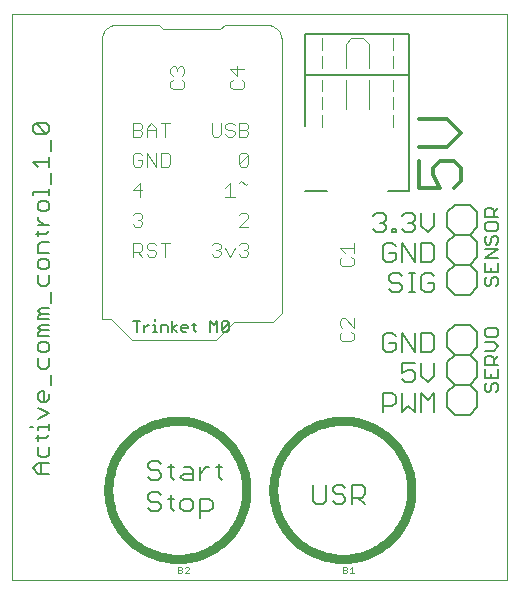
<source format=gto>
G75*
%MOIN*%
%OFA0B0*%
%FSLAX24Y24*%
%IPPOS*%
%LPD*%
%AMOC8*
5,1,8,0,0,1.08239X$1,22.5*
%
%ADD10C,0.0000*%
%ADD11C,0.0060*%
%ADD12C,0.0120*%
%ADD13C,0.0070*%
%ADD14C,0.0050*%
%ADD15C,0.0040*%
%ADD16C,0.0080*%
%ADD17C,0.0300*%
D10*
X000180Y000180D02*
X000180Y019050D01*
X016672Y019050D01*
X016672Y000180D01*
X000180Y000180D01*
X004155Y008180D02*
X003455Y008880D01*
X003155Y008880D01*
X003155Y018180D01*
X003157Y018224D01*
X003163Y018267D01*
X003172Y018309D01*
X003185Y018351D01*
X003202Y018391D01*
X003222Y018430D01*
X003245Y018467D01*
X003272Y018501D01*
X003301Y018534D01*
X003334Y018563D01*
X003368Y018590D01*
X003405Y018613D01*
X003444Y018633D01*
X003484Y018650D01*
X003526Y018663D01*
X003568Y018672D01*
X003611Y018678D01*
X003655Y018680D01*
X005055Y018680D01*
X005205Y018530D01*
X007105Y018530D01*
X007255Y018680D01*
X008655Y018680D01*
X008699Y018678D01*
X008742Y018672D01*
X008784Y018663D01*
X008826Y018650D01*
X008866Y018633D01*
X008905Y018613D01*
X008942Y018590D01*
X008976Y018563D01*
X009009Y018534D01*
X009038Y018501D01*
X009065Y018467D01*
X009088Y018430D01*
X009108Y018391D01*
X009125Y018351D01*
X009138Y018309D01*
X009147Y018267D01*
X009153Y018224D01*
X009155Y018180D01*
X009155Y009080D01*
X008855Y008780D01*
X007555Y008780D01*
X006955Y008180D01*
X004155Y008180D01*
D11*
X004817Y004151D02*
X004710Y004044D01*
X004710Y003937D01*
X004817Y003830D01*
X005030Y003830D01*
X005137Y003724D01*
X005137Y003617D01*
X005030Y003510D01*
X004817Y003510D01*
X004710Y003617D01*
X004817Y003101D02*
X004710Y002994D01*
X004710Y002887D01*
X004817Y002780D01*
X005030Y002780D01*
X005137Y002674D01*
X005137Y002567D01*
X005030Y002460D01*
X004817Y002460D01*
X004710Y002567D01*
X004817Y003101D02*
X005030Y003101D01*
X005137Y002994D01*
X005355Y002887D02*
X005568Y002887D01*
X005461Y002994D02*
X005461Y002567D01*
X005568Y002460D01*
X005784Y002567D02*
X005891Y002460D01*
X006105Y002460D01*
X006211Y002567D01*
X006211Y002780D01*
X006105Y002887D01*
X005891Y002887D01*
X005784Y002780D01*
X005784Y002567D01*
X006429Y002460D02*
X006749Y002460D01*
X006856Y002567D01*
X006856Y002780D01*
X006749Y002887D01*
X006429Y002887D01*
X006429Y002246D01*
X006429Y003510D02*
X006429Y003937D01*
X006429Y003724D02*
X006642Y003937D01*
X006749Y003937D01*
X006966Y003937D02*
X007179Y003937D01*
X007073Y004044D02*
X007073Y003617D01*
X007179Y003510D01*
X006211Y003510D02*
X005891Y003510D01*
X005784Y003617D01*
X005891Y003724D01*
X006211Y003724D01*
X006211Y003830D02*
X006211Y003510D01*
X006211Y003830D02*
X006105Y003937D01*
X005891Y003937D01*
X005568Y003937D02*
X005355Y003937D01*
X005461Y004044D02*
X005461Y003617D01*
X005568Y003510D01*
X005137Y004044D02*
X005030Y004151D01*
X004817Y004151D01*
X010210Y003351D02*
X010210Y002817D01*
X010317Y002710D01*
X010530Y002710D01*
X010637Y002817D01*
X010637Y003351D01*
X010855Y003244D02*
X010855Y003137D01*
X010961Y003030D01*
X011175Y003030D01*
X011282Y002924D01*
X011282Y002817D01*
X011175Y002710D01*
X010961Y002710D01*
X010855Y002817D01*
X010855Y003244D02*
X010961Y003351D01*
X011175Y003351D01*
X011282Y003244D01*
X011499Y003351D02*
X011819Y003351D01*
X011926Y003244D01*
X011926Y003030D01*
X011819Y002924D01*
X011499Y002924D01*
X011713Y002924D02*
X011926Y002710D01*
X011499Y002710D02*
X011499Y003351D01*
X012526Y005760D02*
X012526Y006401D01*
X012847Y006401D01*
X012953Y006294D01*
X012953Y006080D01*
X012847Y005974D01*
X012526Y005974D01*
X013171Y005760D02*
X013384Y005974D01*
X013598Y005760D01*
X013598Y006401D01*
X013815Y006401D02*
X014029Y006187D01*
X014242Y006401D01*
X014242Y005760D01*
X013815Y005760D02*
X013815Y006401D01*
X013491Y006760D02*
X013278Y006760D01*
X013171Y006867D01*
X013171Y007080D02*
X013384Y007187D01*
X013491Y007187D01*
X013598Y007080D01*
X013598Y006867D01*
X013491Y006760D01*
X013815Y006974D02*
X014029Y006760D01*
X014242Y006974D01*
X014242Y007401D01*
X014136Y007760D02*
X014242Y007867D01*
X014242Y008294D01*
X014136Y008401D01*
X013815Y008401D01*
X013815Y007760D01*
X014136Y007760D01*
X013815Y007401D02*
X013815Y006974D01*
X013598Y007401D02*
X013171Y007401D01*
X013171Y007080D01*
X013171Y006401D02*
X013171Y005760D01*
X014680Y005930D02*
X014680Y006430D01*
X014930Y006680D01*
X014680Y006930D01*
X014680Y007430D01*
X014930Y007680D01*
X014680Y007930D01*
X014680Y008430D01*
X014930Y008680D01*
X015430Y008680D01*
X015680Y008430D01*
X015680Y007930D01*
X015430Y007680D01*
X015680Y007430D01*
X015680Y006930D01*
X015430Y006680D01*
X015680Y006430D01*
X015680Y005930D01*
X015430Y005680D01*
X014930Y005680D01*
X014680Y005930D01*
X014930Y006680D02*
X015430Y006680D01*
X015430Y007680D02*
X014930Y007680D01*
X013598Y007760D02*
X013598Y008401D01*
X013171Y008401D02*
X013598Y007760D01*
X013171Y007760D02*
X013171Y008401D01*
X012953Y008294D02*
X012847Y008401D01*
X012633Y008401D01*
X012526Y008294D01*
X012526Y007867D01*
X012633Y007760D01*
X012847Y007760D01*
X012953Y007867D01*
X012953Y008080D01*
X012740Y008080D01*
X012848Y009760D02*
X012741Y009867D01*
X012848Y009760D02*
X013061Y009760D01*
X013168Y009867D01*
X013168Y009974D01*
X013061Y010080D01*
X012848Y010080D01*
X012741Y010187D01*
X012741Y010294D01*
X012848Y010401D01*
X013061Y010401D01*
X013168Y010294D01*
X013386Y010401D02*
X013599Y010401D01*
X013493Y010401D02*
X013493Y009760D01*
X013599Y009760D02*
X013386Y009760D01*
X013815Y009867D02*
X013922Y009760D01*
X014136Y009760D01*
X014242Y009867D01*
X014242Y010080D01*
X014029Y010080D01*
X014242Y010294D02*
X014136Y010401D01*
X013922Y010401D01*
X013815Y010294D01*
X013815Y009867D01*
X013815Y010760D02*
X014136Y010760D01*
X014242Y010867D01*
X014242Y011294D01*
X014136Y011401D01*
X013815Y011401D01*
X013815Y010760D01*
X013598Y010760D02*
X013598Y011401D01*
X013491Y011760D02*
X013278Y011760D01*
X013171Y011867D01*
X013384Y012080D02*
X013491Y012080D01*
X013598Y011974D01*
X013598Y011867D01*
X013491Y011760D01*
X013815Y011974D02*
X014029Y011760D01*
X014242Y011974D01*
X014242Y012401D01*
X013815Y012401D02*
X013815Y011974D01*
X013598Y012187D02*
X013491Y012080D01*
X013598Y012187D02*
X013598Y012294D01*
X013491Y012401D01*
X013278Y012401D01*
X013171Y012294D01*
X012955Y011867D02*
X012955Y011760D01*
X012849Y011760D01*
X012849Y011867D01*
X012955Y011867D01*
X012631Y011867D02*
X012524Y011760D01*
X012311Y011760D01*
X012204Y011867D01*
X012418Y012080D02*
X012524Y012080D01*
X012631Y011974D01*
X012631Y011867D01*
X012524Y012080D02*
X012631Y012187D01*
X012631Y012294D01*
X012524Y012401D01*
X012311Y012401D01*
X012204Y012294D01*
X012633Y011401D02*
X012526Y011294D01*
X012526Y010867D01*
X012633Y010760D01*
X012847Y010760D01*
X012953Y010867D01*
X012953Y011080D01*
X012740Y011080D01*
X012953Y011294D02*
X012847Y011401D01*
X012633Y011401D01*
X013171Y011401D02*
X013171Y010760D01*
X013598Y010760D02*
X013171Y011401D01*
X014680Y011430D02*
X014680Y010930D01*
X014930Y010680D01*
X014680Y010430D01*
X014680Y009930D01*
X014930Y009680D01*
X015430Y009680D01*
X015680Y009930D01*
X015680Y010430D01*
X015430Y010680D01*
X014930Y010680D01*
X015430Y010680D02*
X015680Y010930D01*
X015680Y011430D01*
X015430Y011680D01*
X014930Y011680D01*
X014680Y011430D01*
X014930Y011680D02*
X014680Y011930D01*
X014680Y012430D01*
X014930Y012680D01*
X015430Y012680D01*
X015680Y012430D01*
X015680Y011930D01*
X015430Y011680D01*
D12*
X014890Y013228D02*
X015120Y013458D01*
X015120Y013918D01*
X014890Y014148D01*
X014429Y014148D01*
X014199Y013918D01*
X014199Y013688D01*
X014429Y013228D01*
X013739Y013228D01*
X013739Y014148D01*
X013739Y014609D02*
X014660Y014609D01*
X015120Y015069D01*
X014660Y015530D01*
X013739Y015530D01*
D13*
X001483Y014842D02*
X001483Y014488D01*
X001395Y014289D02*
X001395Y013936D01*
X001395Y014113D02*
X000865Y014113D01*
X001041Y013936D01*
X001483Y013737D02*
X001483Y013383D01*
X001395Y013192D02*
X001395Y013015D01*
X001395Y013103D02*
X000865Y013103D01*
X000865Y013015D01*
X001130Y012816D02*
X001041Y012728D01*
X001041Y012551D01*
X001130Y012462D01*
X001307Y012462D01*
X001395Y012551D01*
X001395Y012728D01*
X001307Y012816D01*
X001130Y012816D01*
X001041Y012267D02*
X001041Y012179D01*
X001218Y012002D01*
X001395Y012002D02*
X001041Y012002D01*
X001041Y011811D02*
X001041Y011634D01*
X000953Y011722D02*
X001307Y011722D01*
X001395Y011811D01*
X001395Y011435D02*
X001130Y011435D01*
X001041Y011347D01*
X001041Y011081D01*
X001395Y011081D01*
X001307Y010882D02*
X001130Y010882D01*
X001041Y010794D01*
X001041Y010617D01*
X001130Y010529D01*
X001307Y010529D01*
X001395Y010617D01*
X001395Y010794D01*
X001307Y010882D01*
X001395Y010330D02*
X001395Y010065D01*
X001307Y009976D01*
X001130Y009976D01*
X001041Y010065D01*
X001041Y010330D01*
X001483Y009778D02*
X001483Y009424D01*
X001395Y009225D02*
X001130Y009225D01*
X001041Y009137D01*
X001130Y009048D01*
X001395Y009048D01*
X001395Y008871D02*
X001041Y008871D01*
X001041Y008960D01*
X001130Y009048D01*
X001130Y008673D02*
X001395Y008673D01*
X001395Y008496D02*
X001130Y008496D01*
X001041Y008584D01*
X001130Y008673D01*
X001130Y008496D02*
X001041Y008407D01*
X001041Y008319D01*
X001395Y008319D01*
X001307Y008120D02*
X001130Y008120D01*
X001041Y008032D01*
X001041Y007855D01*
X001130Y007766D01*
X001307Y007766D01*
X001395Y007855D01*
X001395Y008032D01*
X001307Y008120D01*
X001395Y007568D02*
X001395Y007302D01*
X001307Y007214D01*
X001130Y007214D01*
X001041Y007302D01*
X001041Y007568D01*
X001483Y007015D02*
X001483Y006662D01*
X001218Y006463D02*
X001218Y006109D01*
X001130Y006109D02*
X001307Y006109D01*
X001395Y006197D01*
X001395Y006374D01*
X001218Y006463D02*
X001130Y006463D01*
X001041Y006374D01*
X001041Y006197D01*
X001130Y006109D01*
X001041Y005910D02*
X001395Y005733D01*
X001041Y005557D01*
X001041Y005277D02*
X001395Y005277D01*
X001395Y005365D02*
X001395Y005188D01*
X001395Y004997D02*
X001307Y004908D01*
X000953Y004908D01*
X001041Y004820D02*
X001041Y004997D01*
X001041Y005188D02*
X001041Y005277D01*
X000865Y005277D02*
X000776Y005277D01*
X001041Y004621D02*
X001041Y004356D01*
X001130Y004267D01*
X001307Y004267D01*
X001395Y004356D01*
X001395Y004621D01*
X001395Y004069D02*
X001041Y004069D01*
X000865Y003892D01*
X001041Y003715D01*
X001395Y003715D01*
X001130Y003715D02*
X001130Y004069D01*
X001307Y015041D02*
X000953Y015041D01*
X000865Y015129D01*
X000865Y015306D01*
X000953Y015394D01*
X001307Y015041D01*
X001395Y015129D01*
X001395Y015306D01*
X001307Y015394D01*
X000953Y015394D01*
D14*
X004205Y008805D02*
X004439Y008805D01*
X004322Y008805D02*
X004322Y008455D01*
X004573Y008455D02*
X004573Y008689D01*
X004690Y008689D02*
X004748Y008689D01*
X004690Y008689D02*
X004573Y008572D01*
X004880Y008689D02*
X004939Y008689D01*
X004939Y008455D01*
X004997Y008455D02*
X004880Y008455D01*
X005126Y008455D02*
X005126Y008689D01*
X005301Y008689D01*
X005359Y008630D01*
X005359Y008455D01*
X005494Y008455D02*
X005494Y008805D01*
X005669Y008689D02*
X005494Y008572D01*
X005669Y008455D01*
X005801Y008513D02*
X005801Y008630D01*
X005859Y008689D01*
X005976Y008689D01*
X006035Y008630D01*
X006035Y008572D01*
X005801Y008572D01*
X005801Y008513D02*
X005859Y008455D01*
X005976Y008455D01*
X006228Y008513D02*
X006286Y008455D01*
X006228Y008513D02*
X006228Y008747D01*
X006169Y008689D02*
X006286Y008689D01*
X006783Y008805D02*
X006783Y008455D01*
X007017Y008455D02*
X007017Y008805D01*
X006900Y008689D01*
X006783Y008805D01*
X007152Y008747D02*
X007152Y008513D01*
X007385Y008747D01*
X007385Y008513D01*
X007327Y008455D01*
X007210Y008455D01*
X007152Y008513D01*
X007152Y008747D02*
X007210Y008805D01*
X007327Y008805D01*
X007385Y008747D01*
X004939Y008805D02*
X004939Y008864D01*
X015925Y008500D02*
X016000Y008575D01*
X016300Y008575D01*
X016375Y008500D01*
X016375Y008350D01*
X016300Y008275D01*
X016000Y008275D01*
X015925Y008350D01*
X015925Y008500D01*
X015925Y008114D02*
X016225Y008114D01*
X016375Y007964D01*
X016225Y007814D01*
X015925Y007814D01*
X016000Y007654D02*
X016150Y007654D01*
X016225Y007579D01*
X016225Y007354D01*
X016225Y007504D02*
X016375Y007654D01*
X016375Y007354D02*
X015925Y007354D01*
X015925Y007579D01*
X016000Y007654D01*
X015925Y007194D02*
X015925Y006893D01*
X016375Y006893D01*
X016375Y007194D01*
X016150Y007044D02*
X016150Y006893D01*
X016225Y006733D02*
X016150Y006658D01*
X016150Y006508D01*
X016075Y006433D01*
X016000Y006433D01*
X015925Y006508D01*
X015925Y006658D01*
X016000Y006733D01*
X016225Y006733D02*
X016300Y006733D01*
X016375Y006658D01*
X016375Y006508D01*
X016300Y006433D01*
X016300Y009973D02*
X016375Y010048D01*
X016375Y010198D01*
X016300Y010273D01*
X016225Y010273D01*
X016150Y010198D01*
X016150Y010048D01*
X016075Y009973D01*
X016000Y009973D01*
X015925Y010048D01*
X015925Y010198D01*
X016000Y010273D01*
X015925Y010433D02*
X016375Y010433D01*
X016375Y010733D01*
X016375Y010893D02*
X015925Y010893D01*
X016375Y011194D01*
X015925Y011194D01*
X016000Y011354D02*
X016075Y011354D01*
X016150Y011429D01*
X016150Y011579D01*
X016225Y011654D01*
X016300Y011654D01*
X016375Y011579D01*
X016375Y011429D01*
X016300Y011354D01*
X016000Y011354D02*
X015925Y011429D01*
X015925Y011579D01*
X016000Y011654D01*
X016000Y011814D02*
X016300Y011814D01*
X016375Y011889D01*
X016375Y012039D01*
X016300Y012114D01*
X016000Y012114D01*
X015925Y012039D01*
X015925Y011889D01*
X016000Y011814D01*
X015925Y012275D02*
X015925Y012500D01*
X016000Y012575D01*
X016150Y012575D01*
X016225Y012500D01*
X016225Y012275D01*
X016225Y012425D02*
X016375Y012575D01*
X016375Y012275D02*
X015925Y012275D01*
X015925Y010733D02*
X015925Y010433D01*
X016150Y010433D02*
X016150Y010583D01*
D15*
X012861Y015280D02*
X012861Y015674D01*
X012861Y015871D02*
X012861Y016265D01*
X012861Y016461D02*
X012861Y016855D01*
X012861Y017249D02*
X012861Y017643D01*
X012861Y017839D02*
X012861Y018233D01*
X012074Y018036D02*
X012074Y017249D01*
X012074Y016855D02*
X012074Y015871D01*
X011286Y015871D02*
X011286Y016855D01*
X011286Y017249D02*
X011286Y018036D01*
X011483Y018233D01*
X011877Y018233D01*
X012074Y018036D01*
X010499Y018233D02*
X010499Y017839D01*
X010499Y017643D02*
X010499Y017249D01*
X010499Y016855D02*
X010499Y016461D01*
X010499Y016265D02*
X010499Y015871D01*
X010499Y015674D02*
X010499Y015280D01*
X008047Y015257D02*
X007970Y015180D01*
X007740Y015180D01*
X007586Y015103D02*
X007586Y015027D01*
X007509Y014950D01*
X007356Y014950D01*
X007279Y015027D01*
X007126Y015027D02*
X007126Y015410D01*
X007279Y015334D02*
X007279Y015257D01*
X007356Y015180D01*
X007509Y015180D01*
X007586Y015103D01*
X007740Y014950D02*
X007970Y014950D01*
X008047Y015027D01*
X008047Y015103D01*
X007970Y015180D01*
X008047Y015257D02*
X008047Y015334D01*
X007970Y015410D01*
X007740Y015410D01*
X007740Y014950D01*
X007586Y015334D02*
X007509Y015410D01*
X007356Y015410D01*
X007279Y015334D01*
X007126Y015027D02*
X007049Y014950D01*
X006896Y014950D01*
X006819Y015027D01*
X006819Y015410D01*
X007816Y014410D02*
X007740Y014334D01*
X007740Y014027D01*
X008047Y014334D01*
X008047Y014027D01*
X007970Y013950D01*
X007816Y013950D01*
X007740Y014027D01*
X007816Y014410D02*
X007970Y014410D01*
X008047Y014334D01*
X007816Y013487D02*
X007740Y013410D01*
X007816Y013487D02*
X007970Y013334D01*
X008047Y013410D01*
X007433Y013410D02*
X007433Y012950D01*
X007586Y012950D02*
X007279Y012950D01*
X007279Y013257D02*
X007433Y013410D01*
X007816Y012410D02*
X007740Y012334D01*
X007816Y012410D02*
X007970Y012410D01*
X008047Y012334D01*
X008047Y012257D01*
X007740Y011950D01*
X008047Y011950D01*
X007970Y011410D02*
X007816Y011410D01*
X007740Y011334D01*
X007586Y011257D02*
X007433Y010950D01*
X007279Y011257D01*
X007126Y011257D02*
X007049Y011180D01*
X007126Y011103D01*
X007126Y011027D01*
X007049Y010950D01*
X006896Y010950D01*
X006819Y011027D01*
X006972Y011180D02*
X007049Y011180D01*
X007126Y011257D02*
X007126Y011334D01*
X007049Y011410D01*
X006896Y011410D01*
X006819Y011334D01*
X007740Y011027D02*
X007816Y010950D01*
X007970Y010950D01*
X008047Y011027D01*
X008047Y011103D01*
X007970Y011180D01*
X007893Y011180D01*
X007970Y011180D02*
X008047Y011257D01*
X008047Y011334D01*
X007970Y011410D01*
X005428Y011410D02*
X005121Y011410D01*
X005274Y011410D02*
X005274Y010950D01*
X004967Y011027D02*
X004891Y010950D01*
X004737Y010950D01*
X004660Y011027D01*
X004507Y010950D02*
X004353Y011103D01*
X004430Y011103D02*
X004200Y011103D01*
X004200Y010950D02*
X004200Y011410D01*
X004430Y011410D01*
X004507Y011334D01*
X004507Y011180D01*
X004430Y011103D01*
X004660Y011257D02*
X004737Y011180D01*
X004891Y011180D01*
X004967Y011103D01*
X004967Y011027D01*
X004967Y011334D02*
X004891Y011410D01*
X004737Y011410D01*
X004660Y011334D01*
X004660Y011257D01*
X004430Y011950D02*
X004277Y011950D01*
X004200Y012027D01*
X004353Y012180D02*
X004430Y012180D01*
X004507Y012103D01*
X004507Y012027D01*
X004430Y011950D01*
X004430Y012180D02*
X004507Y012257D01*
X004507Y012334D01*
X004430Y012410D01*
X004277Y012410D01*
X004200Y012334D01*
X004430Y012950D02*
X004430Y013410D01*
X004200Y013180D01*
X004507Y013180D01*
X004430Y013950D02*
X004277Y013950D01*
X004200Y014027D01*
X004200Y014334D01*
X004277Y014410D01*
X004430Y014410D01*
X004507Y014334D01*
X004507Y014180D02*
X004353Y014180D01*
X004507Y014180D02*
X004507Y014027D01*
X004430Y013950D01*
X004660Y013950D02*
X004660Y014410D01*
X004967Y013950D01*
X004967Y014410D01*
X005121Y014410D02*
X005351Y014410D01*
X005428Y014334D01*
X005428Y014027D01*
X005351Y013950D01*
X005121Y013950D01*
X005121Y014410D01*
X005274Y014950D02*
X005274Y015410D01*
X005121Y015410D02*
X005428Y015410D01*
X004967Y015257D02*
X004967Y014950D01*
X004967Y015180D02*
X004660Y015180D01*
X004660Y015257D02*
X004814Y015410D01*
X004967Y015257D01*
X004660Y015257D02*
X004660Y014950D01*
X004507Y015027D02*
X004507Y015103D01*
X004430Y015180D01*
X004200Y015180D01*
X004200Y014950D02*
X004430Y014950D01*
X004507Y015027D01*
X004430Y015180D02*
X004507Y015257D01*
X004507Y015334D01*
X004430Y015410D01*
X004200Y015410D01*
X004200Y014950D01*
X005526Y016529D02*
X005833Y016529D01*
X005910Y016606D01*
X005910Y016759D01*
X005833Y016836D01*
X005833Y016990D02*
X005910Y017066D01*
X005910Y017220D01*
X005833Y017297D01*
X005757Y017297D01*
X005680Y017220D01*
X005680Y017143D01*
X005680Y017220D02*
X005603Y017297D01*
X005526Y017297D01*
X005450Y017220D01*
X005450Y017066D01*
X005526Y016990D01*
X005526Y016836D02*
X005450Y016759D01*
X005450Y016606D01*
X005526Y016529D01*
X007450Y016606D02*
X007526Y016529D01*
X007833Y016529D01*
X007910Y016606D01*
X007910Y016759D01*
X007833Y016836D01*
X007680Y016990D02*
X007680Y017297D01*
X007910Y017220D02*
X007450Y017220D01*
X007680Y016990D01*
X007526Y016836D02*
X007450Y016759D01*
X007450Y016606D01*
X011100Y011243D02*
X011560Y011243D01*
X011560Y011090D02*
X011560Y011397D01*
X011253Y011090D02*
X011100Y011243D01*
X011176Y010936D02*
X011100Y010859D01*
X011100Y010706D01*
X011176Y010629D01*
X011483Y010629D01*
X011560Y010706D01*
X011560Y010859D01*
X011483Y010936D01*
X011560Y008897D02*
X011560Y008590D01*
X011253Y008897D01*
X011176Y008897D01*
X011100Y008820D01*
X011100Y008666D01*
X011176Y008590D01*
X011176Y008436D02*
X011100Y008359D01*
X011100Y008206D01*
X011176Y008129D01*
X011483Y008129D01*
X011560Y008206D01*
X011560Y008359D01*
X011483Y008436D01*
X011488Y000600D02*
X011488Y000400D01*
X011554Y000400D02*
X011421Y000400D01*
X011333Y000433D02*
X011300Y000400D01*
X011200Y000400D01*
X011200Y000600D01*
X011300Y000600D01*
X011333Y000567D01*
X011333Y000533D01*
X011300Y000500D01*
X011200Y000500D01*
X011300Y000500D02*
X011333Y000467D01*
X011333Y000433D01*
X011421Y000533D02*
X011488Y000600D01*
X006054Y000567D02*
X006021Y000600D01*
X005954Y000600D01*
X005921Y000567D01*
X005833Y000567D02*
X005800Y000600D01*
X005700Y000600D01*
X005700Y000400D01*
X005800Y000400D01*
X005833Y000433D01*
X005833Y000467D01*
X005800Y000500D01*
X005700Y000500D01*
X005800Y000500D02*
X005833Y000533D01*
X005833Y000567D01*
X005921Y000400D02*
X006054Y000533D01*
X006054Y000567D01*
X006054Y000400D02*
X005921Y000400D01*
D16*
X009948Y013154D02*
X010656Y013154D01*
X012704Y013154D02*
X013412Y013154D01*
X013412Y017013D01*
X009948Y017013D01*
X009948Y018391D02*
X009948Y015320D01*
X009948Y018391D02*
X013412Y018391D01*
X013412Y017013D01*
D17*
X008880Y003180D02*
X008882Y003276D01*
X008888Y003371D01*
X008898Y003466D01*
X008912Y003561D01*
X008930Y003655D01*
X008951Y003748D01*
X008977Y003840D01*
X009006Y003932D01*
X009039Y004021D01*
X009076Y004110D01*
X009117Y004196D01*
X009161Y004281D01*
X009208Y004364D01*
X009259Y004445D01*
X009314Y004524D01*
X009371Y004601D01*
X009432Y004675D01*
X009496Y004746D01*
X009562Y004815D01*
X009632Y004881D01*
X009704Y004944D01*
X009778Y005003D01*
X009855Y005060D01*
X009935Y005114D01*
X010016Y005164D01*
X010100Y005211D01*
X010185Y005254D01*
X010272Y005293D01*
X010361Y005329D01*
X010451Y005361D01*
X010542Y005390D01*
X010635Y005414D01*
X010728Y005435D01*
X010823Y005452D01*
X010917Y005465D01*
X011013Y005474D01*
X011108Y005479D01*
X011204Y005480D01*
X011300Y005477D01*
X011395Y005470D01*
X011490Y005459D01*
X011585Y005444D01*
X011678Y005425D01*
X011771Y005403D01*
X011863Y005376D01*
X011954Y005346D01*
X012044Y005312D01*
X012131Y005274D01*
X012218Y005233D01*
X012302Y005188D01*
X012385Y005139D01*
X012465Y005087D01*
X012543Y005032D01*
X012619Y004974D01*
X012693Y004913D01*
X012764Y004848D01*
X012832Y004781D01*
X012897Y004711D01*
X012959Y004638D01*
X013018Y004563D01*
X013074Y004485D01*
X013127Y004405D01*
X013176Y004323D01*
X013222Y004239D01*
X013264Y004153D01*
X013303Y004066D01*
X013338Y003977D01*
X013369Y003886D01*
X013396Y003795D01*
X013420Y003702D01*
X013440Y003608D01*
X013456Y003514D01*
X013468Y003419D01*
X013476Y003323D01*
X013480Y003228D01*
X013480Y003132D01*
X013476Y003037D01*
X013468Y002941D01*
X013456Y002846D01*
X013440Y002752D01*
X013420Y002658D01*
X013396Y002565D01*
X013369Y002474D01*
X013338Y002383D01*
X013303Y002294D01*
X013264Y002207D01*
X013222Y002121D01*
X013176Y002037D01*
X013127Y001955D01*
X013074Y001875D01*
X013018Y001797D01*
X012959Y001722D01*
X012897Y001649D01*
X012832Y001579D01*
X012764Y001512D01*
X012693Y001447D01*
X012619Y001386D01*
X012543Y001328D01*
X012465Y001273D01*
X012385Y001221D01*
X012302Y001172D01*
X012218Y001127D01*
X012131Y001086D01*
X012044Y001048D01*
X011954Y001014D01*
X011863Y000984D01*
X011771Y000957D01*
X011678Y000935D01*
X011585Y000916D01*
X011490Y000901D01*
X011395Y000890D01*
X011300Y000883D01*
X011204Y000880D01*
X011108Y000881D01*
X011013Y000886D01*
X010917Y000895D01*
X010823Y000908D01*
X010728Y000925D01*
X010635Y000946D01*
X010542Y000970D01*
X010451Y000999D01*
X010361Y001031D01*
X010272Y001067D01*
X010185Y001106D01*
X010100Y001149D01*
X010016Y001196D01*
X009935Y001246D01*
X009855Y001300D01*
X009778Y001357D01*
X009704Y001416D01*
X009632Y001479D01*
X009562Y001545D01*
X009496Y001614D01*
X009432Y001685D01*
X009371Y001759D01*
X009314Y001836D01*
X009259Y001915D01*
X009208Y001996D01*
X009161Y002079D01*
X009117Y002164D01*
X009076Y002250D01*
X009039Y002339D01*
X009006Y002428D01*
X008977Y002520D01*
X008951Y002612D01*
X008930Y002705D01*
X008912Y002799D01*
X008898Y002894D01*
X008888Y002989D01*
X008882Y003084D01*
X008880Y003180D01*
X003380Y003180D02*
X003382Y003276D01*
X003388Y003371D01*
X003398Y003466D01*
X003412Y003561D01*
X003430Y003655D01*
X003451Y003748D01*
X003477Y003840D01*
X003506Y003932D01*
X003539Y004021D01*
X003576Y004110D01*
X003617Y004196D01*
X003661Y004281D01*
X003708Y004364D01*
X003759Y004445D01*
X003814Y004524D01*
X003871Y004601D01*
X003932Y004675D01*
X003996Y004746D01*
X004062Y004815D01*
X004132Y004881D01*
X004204Y004944D01*
X004278Y005003D01*
X004355Y005060D01*
X004435Y005114D01*
X004516Y005164D01*
X004600Y005211D01*
X004685Y005254D01*
X004772Y005293D01*
X004861Y005329D01*
X004951Y005361D01*
X005042Y005390D01*
X005135Y005414D01*
X005228Y005435D01*
X005323Y005452D01*
X005417Y005465D01*
X005513Y005474D01*
X005608Y005479D01*
X005704Y005480D01*
X005800Y005477D01*
X005895Y005470D01*
X005990Y005459D01*
X006085Y005444D01*
X006178Y005425D01*
X006271Y005403D01*
X006363Y005376D01*
X006454Y005346D01*
X006544Y005312D01*
X006631Y005274D01*
X006718Y005233D01*
X006802Y005188D01*
X006885Y005139D01*
X006965Y005087D01*
X007043Y005032D01*
X007119Y004974D01*
X007193Y004913D01*
X007264Y004848D01*
X007332Y004781D01*
X007397Y004711D01*
X007459Y004638D01*
X007518Y004563D01*
X007574Y004485D01*
X007627Y004405D01*
X007676Y004323D01*
X007722Y004239D01*
X007764Y004153D01*
X007803Y004066D01*
X007838Y003977D01*
X007869Y003886D01*
X007896Y003795D01*
X007920Y003702D01*
X007940Y003608D01*
X007956Y003514D01*
X007968Y003419D01*
X007976Y003323D01*
X007980Y003228D01*
X007980Y003132D01*
X007976Y003037D01*
X007968Y002941D01*
X007956Y002846D01*
X007940Y002752D01*
X007920Y002658D01*
X007896Y002565D01*
X007869Y002474D01*
X007838Y002383D01*
X007803Y002294D01*
X007764Y002207D01*
X007722Y002121D01*
X007676Y002037D01*
X007627Y001955D01*
X007574Y001875D01*
X007518Y001797D01*
X007459Y001722D01*
X007397Y001649D01*
X007332Y001579D01*
X007264Y001512D01*
X007193Y001447D01*
X007119Y001386D01*
X007043Y001328D01*
X006965Y001273D01*
X006885Y001221D01*
X006802Y001172D01*
X006718Y001127D01*
X006631Y001086D01*
X006544Y001048D01*
X006454Y001014D01*
X006363Y000984D01*
X006271Y000957D01*
X006178Y000935D01*
X006085Y000916D01*
X005990Y000901D01*
X005895Y000890D01*
X005800Y000883D01*
X005704Y000880D01*
X005608Y000881D01*
X005513Y000886D01*
X005417Y000895D01*
X005323Y000908D01*
X005228Y000925D01*
X005135Y000946D01*
X005042Y000970D01*
X004951Y000999D01*
X004861Y001031D01*
X004772Y001067D01*
X004685Y001106D01*
X004600Y001149D01*
X004516Y001196D01*
X004435Y001246D01*
X004355Y001300D01*
X004278Y001357D01*
X004204Y001416D01*
X004132Y001479D01*
X004062Y001545D01*
X003996Y001614D01*
X003932Y001685D01*
X003871Y001759D01*
X003814Y001836D01*
X003759Y001915D01*
X003708Y001996D01*
X003661Y002079D01*
X003617Y002164D01*
X003576Y002250D01*
X003539Y002339D01*
X003506Y002428D01*
X003477Y002520D01*
X003451Y002612D01*
X003430Y002705D01*
X003412Y002799D01*
X003398Y002894D01*
X003388Y002989D01*
X003382Y003084D01*
X003380Y003180D01*
M02*

</source>
